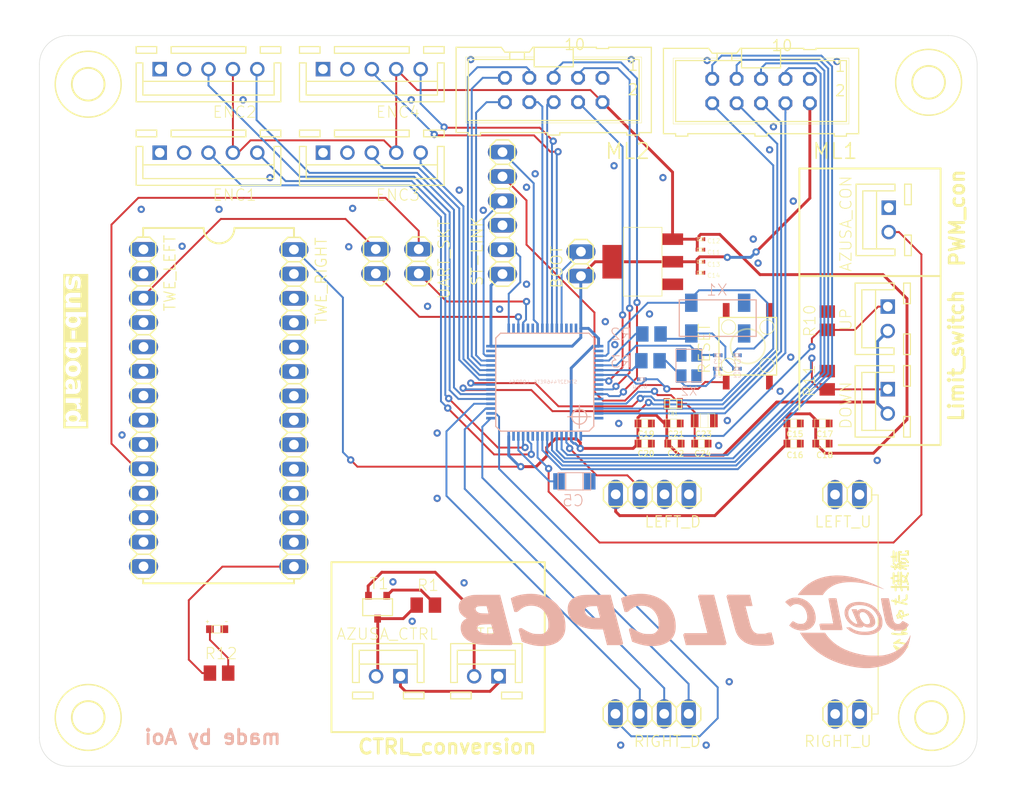
<source format=kicad_pcb>
(kicad_pcb (version 20221018) (generator pcbnew)
  (layers (0 "F.Cu" signal) (31 "B.Cu" signal) (34 "B.Paste" user) (35 "F.Paste" user) (36 "B.SilkS" user "B.Silkscreen") (37 "F.SilkS" user "F.Silkscreen") (38 "B.Mask" user) (39 "F.Mask" user) (44 "Edge.Cuts" user))
  (net 0 "")
  (net 1 "BOOT0")
  (net 2 "NRST")
  (net 3 "SCK")
  (net 4 "MISO")
  (net 5 "MOSI")
  (net 6 "N$2")
  (net 7 "SGND")
  (net 8 "DIR4")
  (net 9 "DIR3")
  (net 10 "DIR2")
  (net 11 "DIR1")
  (net 12 "CS")
  (net 13 "N$1")
  (net 14 "N$3")
  (net 15 "N$4")
  (net 16 "N$5")
  (net 17 "N$6")
  (net 18 "N$7")
  (net 19 "EN2_A")
  (net 20 "EN2_B")
  (net 21 "EN3_A")
  (net 22 "EN3_B")
  (net 23 "EN4_A")
  (net 24 "EN4_B")
  (net 25 "EN1_A")
  (net 26 "EN1_B")
  (net 27 "PWM2")
  (net 28 "PWM3")
  (net 29 "SWCLK")
  (net 30 "SWO")
  (net 31 "SWDIO")
  (net 32 "PGND")
  (net 33 "COM_LED")
  (net 34 "UART_TX")
  (net 35 "UART_RX")
  (net 36 "N$8")
  (net 37 "N$9")
  (net 38 "N$10")
  (net 39 "+3V3")
  (net 40 "+5V")
  (net 41 "LED1")
  (net 42 "LED2")
  (net 43 "LED3")
  (net 44 "LED4")
  (net 45 "LED5")
  (net 46 "LED6")
  (net 47 "LED7")
  (net 48 "LED8")
  (net 49 "PWM4")
  (net 50 "PWM1")
  (net 51 "N$19")
  (net 52 "COM_LED2")
  (net 53 "TX")
  (net 54 "RX")
  (net 55 "NO2")
  (net 56 "NO1")
  (net 57 "N$46")
  (net 58 "PWM_SERVO")
  (footprint "上昇＆摘果機構回路:B2B-XH" (layer "F.Cu") (at 188.0011 105.0536 90)
    (fp_text reference "DOWN")
    (fp_text value "02-JST")
  )
  (footprint "上昇＆摘果機構回路:GCM188L81H104KA57" (layer "F.Cu") (at 181.2011 109.4536)
    (fp_text reference "C18")
    (fp_text value "GCM188L81H104KA57" hide)
  )
  (footprint "上昇＆摘果機構回路:3,2" (layer "F.Cu") (at 104.7811 72.0236)
    (fp_text reference "H4" hide)
    (fp_text value "MOUNT-HOLE3.2" hide)
  )
  (footprint "上昇＆摘果機構回路:GCM188L81H104KA57" (layer "F.Cu") (at 178.2011 107.3536)
    (fp_text reference "C15")
    (fp_text value "GCM188L81H104KA57" hide)
  )
  (footprint "上昇＆摘果機構回路:B2B-XH" (layer "F.Cu") (at 136.0111 133.6836)
    (fp_text reference "AZUSA_CTRL")
    (fp_text value "02-JST")
  )
  (footprint "上昇＆摘果機構回路:TACTSWITCH" (layer "F.Cu") (at 173.4311 99.3136 90)
    (fp_text reference "U$2" hide)
    (fp_text value "TACTSWITCH" hide)
  )
  (footprint "上昇＆摘果機構回路:GCM188L81H104KA57" (layer "F.Cu") (at 168.6011 109.4536)
    (fp_text reference "C24")
    (fp_text value "GCM188L81H104KA57" hide)
  )
  (footprint "上昇＆摘果機構回路:GCM188L81H104KA57" (layer "F.Cu") (at 165.7011 107.3536)
    (fp_text reference "C21")
    (fp_text value "GCM188L81H104KA57" hide)
  )
  (footprint "上昇＆摘果機構回路:1X02" (layer "F.Cu") (at 183.7941 137.6116 180)
    (fp_text reference "RIGHT_U")
    (fp_text value "")
  )
  (footprint "上昇＆摘果機構回路:GCM188L81H104KA57" (layer "F.Cu") (at 162.7011 107.3536)
    (fp_text reference "C19")
    (fp_text value "GCM188L81H104KA57" hide)
  )
  (footprint "上昇＆摘果機構回路:GRM0335C1E240GA01D" (layer "F.Cu") (at 168.5011 89.2536)
    (fp_text reference "C11")
    (fp_text value "10μ")
  )
  (footprint "上昇＆摘果機構回路:ML10" (layer "F.Cu") (at 174.8111 72.7336 180)
    (fp_text reference "ML1")
    (fp_text value "")
  )
  (footprint "上昇＆摘果機構回路:B2B-XH" (layer "F.Cu") (at 188.1011 86.1536 90)
    (fp_text reference "AZUSA_CON")
    (fp_text value "02-JST")
  )
  (footprint "上昇＆摘果機構回路:B5B-XH" (layer "F.Cu") (at 134.3011 70.4536 180)
    (fp_text reference "ENC4")
    (fp_text value "")
  )
  (footprint "上昇＆摘果機構回路:GCM188L81H104KA57" (layer "F.Cu") (at 181.2011 107.3536)
    (fp_text reference "C17")
    (fp_text value "GCM188L81H104KA57" hide)
  )
  (footprint "上昇＆摘果機構回路:GRM0335C1E240GA01D" (layer "F.Cu") (at 168.5011 88.1636)
    (fp_text reference "C12")
    (fp_text value "10μ")
  )
  (footprint "上昇＆摘果機構回路:1X04" (layer "F.Cu") (at 163.4621 137.5966 180)
    (fp_text reference "RIGHT_D")
    (fp_text value "")
  )
  (footprint "上昇＆摘果機構回路:B2B-XH" (layer "F.Cu") (at 188.0011 96.4536 90)
    (fp_text reference "UP")
    (fp_text value "02-JST")
  )
  (footprint "上昇＆摘果機構回路:B5B-XH" (layer "F.Cu") (at 117.3011 79.1536 180)
    (fp_text reference "ENC1")
    (fp_text value "")
  )
  (footprint "上昇＆摘果機構回路:1X14" (layer "F.Cu") (at 110.5391 105.7326 -90)
    (fp_text reference "TWE_LEFT")
    (fp_text value "")
  )
  (footprint "上昇＆摘果機構回路:3,2" (layer "F.Cu") (at 192.5511 137.9736)
    (fp_text reference "H1" hide)
    (fp_text value "MOUNT-HOLE3.2" hide)
  )
  (footprint "上昇＆摘果機構回路:1X02" (layer "F.Cu") (at 139.1811 90.4736 90)
    (fp_text reference "PIN_SOCKET1" hide)
    (fp_text value "")
  )
  (footprint "上昇＆摘果機構回路:ML10" (layer "F.Cu") (at 153.2311 72.6236 180)
    (fp_text reference "ML2")
    (fp_text value "")
  )
  (footprint "上昇＆摘果機構回路:B5B-XH" (layer "F.Cu") (at 117.3011 70.4536 180)
    (fp_text reference "ENC2")
    (fp_text value "")
  )
  (footprint "上昇＆摘果機構回路:GRM0335C1E240GA01D" (layer "F.Cu") (at 168.5011 90.5036)
    (fp_text reference "C13")
    (fp_text value "22μ")
  )
  (footprint "上昇＆摘果機構回路:SMD1608チップLED" (layer "F.Cu") (at 118.2011 128.778)
    (fp_text reference "U$8")
    (fp_text value "SMD1608チップLED")
  )
  (footprint "上昇＆摘果機構回路:1X06" (layer "F.Cu") (at 147.9011 85.4436 90)
    (fp_text reference "ST-LINK")
    (fp_text value "")
  )
  (footprint "上昇＆摘果機構回路:1X14" (layer "F.Cu") (at 126.1911 105.7536 -90)
    (fp_text reference "TWE_RIGHT")
    (fp_text value "")
  )
  (footprint "上昇＆摘果機構回路:M0805" (layer "F.Cu") (at 139.9211 126.2736)
    (fp_text reference "R1")
    (fp_text value "100")
  )
  (footprint "上昇＆摘果機構回路:ＡＺ１１１７ＣＨ－３．３ＴＲＧ１" (layer "F.Cu") (at 162.5011 90.5136 90)
    (fp_text reference "REGYURETA0" hide)
    (fp_text value "３．３V" hide)
  )
  (footprint "上昇＆摘果機構回路:1X02" (layer "F.Cu") (at 134.7111 90.4736 90)
    (fp_text reference "PIN_SOCKET2" hide)
    (fp_text value "")
  )
  (footprint "上昇＆摘果機構回路:BLM18KG121TN1D" (layer "F.Cu") (at 165.67 105.31)
    (fp_text reference "FB1" hide)
    (fp_text value "BLM18KG121TN1D" hide)
  )
  (footprint "上昇＆摘果機構回路:GRM21BC72A105KE01" (layer "F.Cu") (at 168.9011 107.0536)
    (fp_text reference "C23")
    (fp_text value "GRM21BC72A105KE01" hide)
  )
  (footprint "上昇＆摘果機構回路:3,2" (layer "F.Cu") (at 104.7811 137.9736)
    (fp_text reference "H2" hide)
    (fp_text value "MOUNT-HOLE3.2" hide)
  )
  (footprint "上昇＆摘果機構回路:GRM0335C1E240GA01D" (layer "F.Cu") (at 168.5011 91.6536)
    (fp_text reference "C14")
    (fp_text value "22μ")
  )
  (footprint "上昇＆摘果機構回路:1X04" (layer "F.Cu") (at 163.4911 114.7386 180)
    (fp_text reference "LEFT_D")
    (fp_text value "")
  )
  (footprint "上昇＆摘果機構回路:GCM188L81H104KA57" (layer "F.Cu") (at 165.8011 109.4536)
    (fp_text reference "C22")
    (fp_text value "GCM188L81H104KA57" hide)
  )
  (footprint "上昇＆摘果機構回路:B5B-XH" (layer "F.Cu") (at 134.3011 79.1536 180)
    (fp_text reference "ENC3")
    (fp_text value "")
  )
  (footprint "上昇＆摘果機構回路:1X02" (layer "F.Cu") (at 156.0661 90.7316 90)
    (fp_text reference "BOOT")
    (fp_text value "")
  )
  (footprint "上昇＆摘果機構回路:3,2" (layer "F.Cu") (at 192.2511 71.8236)
    (fp_text reference "H3" hide)
    (fp_text value "MOUNT-HOLE3.2" hide)
  )
  (footprint "上昇＆摘果機構回路:M0805" (layer "F.Cu") (at 181.7011 102.8536 90)
    (fp_text reference "R11")
    (fp_text value "100")
  )
  (footprint "上昇＆摘果機構回路:M0805" (layer "F.Cu") (at 118.4011 133.3536)
    (fp_text reference "R12")
    (fp_text value "150")
  )
  (footprint "上昇＆摘果機構回路:M0805" (layer "F.Cu") (at 181.7011 96.6536 90)
    (fp_text reference "R10")
    (fp_text value "100")
  )
  (footprint "上昇＆摘果機構回路:GCM188L81H104KA57" (layer "F.Cu") (at 162.7011 109.4536)
    (fp_text reference "C20")
    (fp_text value "GCM188L81H104KA57" hide)
  )
  (footprint "上昇＆摘果機構回路:GCM188L81H104KA57" (layer "F.Cu") (at 178.2011 109.4536)
    (fp_text reference "C16")
    (fp_text value "GCM188L81H104KA57" hide)
  )
  (footprint "上昇＆摘果機構回路:B2B-XH" (layer "F.Cu") (at 146.2211 133.6836)
    (fp_text reference "CTRL")
    (fp_text value "02-JST")
  )
  (footprint "上昇＆摘果機構回路:2SC3325-Y,LF" (layer "F.Cu") (at 134.9011 126.4936 -90)
    (fp_text reference "T1" hide)
    (fp_text value "2SC3325-Y,LF" hide)
  )
  (footprint "上昇＆摘果機構回路:1X02" (layer "F.Cu") (at 183.7821 114.7606 180)
    (fp_text reference "LEFT_U")
    (fp_text value "")
  )
  (footprint "上昇＆摘果機構回路:32.768K12.5PI_MC306" (layer "B.Cu") (at 170.3011 96.3836)
    (fp_text reference "X1")
    (fp_text value "32.768K12.5PI/MC306")
  )
  (footprint "上昇＆摘果機構回路:STM32F446FRT6" (layer "B.Cu") (at 152.3011 103.0536 180)
    (fp_text reference "U$1" hide)
    (fp_text value "STM32F446RET6-LGRF64" hide)
  )
  (footprint "上昇＆摘果機構回路:jlcpcb" (layer "B.Cu") (at 167.1 127.9 180)
    (fp_text reference "G***" hide)
    (fp_text value "LOGO" hide)
  )
  (footprint "上昇＆摘果機構回路:GRM0335C1E240GA01D" (layer "B.Cu") (at 172.3011 100.2536 180)
    (fp_text reference "C1")
    (fp_text value "GRM0335C1E240GA01D")
  )
  (footprint "上昇＆摘果機構回路:M0805" (layer "B.Cu") (at 163.3011 100.8236)
    (fp_text reference "R3")
    (fp_text value "0")
  )
  (footprint "上昇＆摘果機構回路:RH100-24.000-18-1020-EXT-TR" (layer "B.Cu") (at 167.3011 101.3236 -90)
    (fp_text reference "X2")
    (fp_text value "RH100-24.000-18-1020-EXT-TR")
  )
  (footprint "上昇＆摘果機構回路:M0805" (layer "B.Cu") (at 163.4011 98.0336)
    (fp_text reference "R2")
    (fp_text value "0")
  )
  (footprint "上昇＆摘果機構回路:GRM0335C1E240GA01D" (layer "B.Cu") (at 162.4011 102.7536 180)
    (fp_text reference "0.1μ")
    (fp_text value "GRM0335C1E240GA01D")
  )
  (footprint "上昇＆摘果機構回路:GRM0335C1E240GA01D" (layer "B.Cu") (at 170.3011 100.2536 180)
    (fp_text reference "C3")
    (fp_text value "GRM0335C1E240GA01D")
  )
  (footprint "上昇＆摘果機構回路:GRM0335C1E240GA01D" (layer "B.Cu") (at 170.3011 101.6536 180)
    (fp_text reference "C4")
    (fp_text value "GRM0335C1E240GA01D")
  )
  (footprint "上昇＆摘果機構回路:GRM0335C1E240GA01D" (layer "B.Cu") (at 172.3011 101.6536 180)
    (fp_text reference "C2")
    (fp_text value "GRM0335C1E240GA01D")
  )
  (footprint "上昇＆摘果機構回路:GRM31CR71H475KA12" (layer "B.Cu") (at 155.3811 113.3836)
    (fp_text reference "C5" hide)
    (fp_text value "GRM31CR71H475KA12")
  )
  (gr_line (start 180.7 92) (end 193.5 92) (stroke (width 0.2)) (layer "F.SilkS"))
  (gr_line (start 152.3 121.8) (end 130.1 121.8) (stroke (width 0.2)) (layer "F.SilkS"))
  (gr_line (start 180.7 92) (end 178.8 92) (stroke (width 0.2)) (layer "F.SilkS"))
  (gr_line (start 193.5 80.8) (end 178.8 80.8) (stroke (width 0.2)) (layer "F.SilkS"))
  (gr_line (start 152.3 139.5) (end 152.3 121.8) (stroke (width 0.2)) (layer "F.SilkS"))
  (gr_line (start 110.5 87) (end 116.8 87) (stroke (width 0.2)) (layer "F.SilkS"))
  (gr_line (start 126.2 87) (end 126.2 87.9) (stroke (width 0.2)) (layer "F.SilkS"))
  (gr_line (start 110.5 124) (end 110.5 123.6) (stroke (width 0.2)) (layer "F.SilkS"))
  (gr_line (start 193.5 109.6) (end 182.9 109.6) (stroke (width 0.2)) (layer "F.SilkS"))
  (gr_line (start 126.2 123.6) (end 126.2 124) (stroke (width 0.2)) (layer "F.SilkS"))
  (gr_line (start 130.1 121.8) (end 130.1 139.5) (stroke (width 0.2)) (layer "F.SilkS"))
  (gr_line (start 137.1 139.5) (end 152.3 139.5) (stroke (width 0.2)) (layer "F.SilkS"))
  (gr_line (start 178.8 92) (end 178.8 105.9) (stroke (width 0.2)) (layer "F.SilkS"))
  (gr_line (start 186.3341 137.6116) (end 187 137.6116) (stroke (width 0.1)) (layer "F.SilkS"))
  (gr_line (start 187 114.8) (end 186.3221 114.8) (stroke (width 0.1)) (layer "F.SilkS"))
  (gr_line (start 193.5 92) (end 193.5 109.6) (stroke (width 0.2)) (layer "F.SilkS"))
  (gr_line (start 187 137.6116) (end 187 114.8) (stroke (width 0.1)) (layer "F.SilkS"))
  (gr_line (start 130.1 139.5) (end 137.1 139.5) (stroke (width 0.2)) (layer "F.SilkS"))
  (gr_line (start 110.5 87) (end 110.5 87.9) (stroke (width 0.2)) (layer "F.SilkS"))
  (gr_arc (start 120 87) (mid 118.4 88.6) (end 116.8 87) (stroke (width 0.2)) (layer "F.SilkS"))
  (gr_line (start 193.5 92) (end 193.5 80.8) (stroke (width 0.2)) (layer "F.SilkS"))
  (gr_line (start 120 87) (end 126.2 87) (stroke (width 0.2)) (layer "F.SilkS"))
  (gr_line (start 178.8 80.8) (end 178.8 92) (stroke (width 0.2)) (layer "F.SilkS"))
  (gr_line (start 126.2 124) (end 110.5 124) (stroke (width 0.2)) (layer "F.SilkS"))
  (gr_line (start 102.7011 143.0536) (end 194.3011 143.0536) (stroke (width 0.05)) (layer "Edge.Cuts"))
  (gr_line (start 99.7011 69.9536) (end 99.7011 140.0536) (stroke (width 0.05)) (layer "Edge.Cuts"))
  (gr_arc (start 197.3011 140.0536) (mid 196.42242 142.17492) (end 194.3011 143.0536) (stroke (width 0.05)) (layer "Edge.Cuts"))
  (gr_arc (start 194.3011 66.9536) (mid 196.42242 67.83228) (end 197.3011 69.9536) (stroke (width 0.05)) (layer "Edge.Cuts"))
  (gr_arc (start 99.7011 69.9536) (mid 100.57978 67.83228) (end 102.7011 66.9536) (stroke (width 0.05)) (layer "Edge.Cuts"))
  (gr_line (start 194.3011 66.9536) (end 102.7011 66.9536) (stroke (width 0.05)) (layer "Edge.Cuts"))
  (gr_arc (start 102.7011 143.0536) (mid 100.57978 142.17492) (end 99.7011 140.0536) (stroke (width 0.05)) (layer "Edge.Cuts"))
  (gr_line (start 197.3011 140.0536) (end 197.3011 69.9536) (stroke (width 0.05)) (layer "Edge.Cuts"))
  (gr_text "made by Aoi" (at 125 140.9) (layer "B.SilkS") (effects (font (size 1.5 1.5) (thickness 0.3) bold) (justify left bottom mirror)))
  (gr_text "C5" (at 156.464 116.078) (layer "B.SilkS") (effects (font (size 1.1684 1.1684) (thickness 0.1016)) (justify left bottom mirror)))
  (gr_text "PWM_con" (at 196.1 91.2 90) (layer "F.SilkS") (effects (font (size 1.5 1.5) (thickness 0.3) bold) (justify left bottom)))
  (gr_text "T1" (at 134.0011 124.714) (layer "F.SilkS") (effects (font (size 1.1684 1.1684) (thickness 0.1016)) (justify left bottom)))
  (gr_text "CTRL_conversion" (at 132.7 141.9) (layer "F.SilkS") (effects (font (size 1.5 1.5) (thickness 0.3) bold) (justify left bottom)))
  (gr_text "ひにゃた接続" (at 190.3 131.3 90) (layer "F.SilkS") (effects (font (size 1.5 1.5) (thickness 0.2)) (justify left bottom)))
  (gr_text "RESET" (at 169.6011 102.2536 90) (layer "F.SilkS") (effects (font (size 1.1684 1.1684) (thickness 0.1016)) (justify left bottom)))
  (gr_text "Limit_switch" (at 196 107.3 90) (layer "F.SilkS") (effects (font (size 1.5 1.5) (thickness 0.3) bold) (justify left bottom)))
  (gr_text "UART_SKT" (at 142.494 94.488 90) (layer "F.SilkS") (effects (font (size 1.1684 1.1684) (thickness 0.1016)) (justify left bottom)))
  (gr_text "sub-board" (at 102.1 107.88 270) (layer "F.SilkS" knockout) (effects (font (size 2 2) (thickness 0.3) bold) (justify right bottom)))
  (gr_text "FB1" (at 165.1 106.5536) (layer "F.SilkS") (effects (font (size 0.360832 0.360832) (thickness 0.048768)) (justify left bottom)))
  (segment (start 156.0661 89.480313) (end 154.0535 91.492913) (width 0.2) (layer "B.Cu") (net 1))
  (segment (start 156.0661 89.4616) (end 156.0661 89.480313) (width 0.2) (layer "B.Cu") (net 1))
  (segment (start 154.0535 97.4512) (end 154.0535 91.492913) (width 0.2) (layer "B.Cu") (net 1))
  (segment (start 154.0511 97.4536) (end 154.0535 97.4512) (width 0.2) (layer "B.Cu") (net 1))
  (segment (start 164.6011 103.3536) (end 162.281706 103.3536) (width 0.2) (layer "F.Cu") (net 2))
  (segment (start 150.4011 88.7336) (end 157.4705 95.803) (width 0.2) (layer "F.Cu") (net 2))
  (segment (start 158.3705 104.973) (end 160.662306 104.973) (width 0.2) (layer "F.Cu") (net 2))
  (segment (start 147.9011 81.6336) (end 150.4011 84.1336) (width 0.2) (layer "F.Cu") (net 2))
  (segment (start 171.1811 103.0636) (end 168.9911 103.0336) (width 0.2) (layer "F.Cu") (net 2))
  (segment (start 160.662306 104.973) (end 162.281706 103.3536) (width 0.2) (layer "F.Cu") (net 2))
  (segment (start 168.2711 103.7536) (end 165.0011 103.7536) (width 0.2) (layer "F.Cu") (net 2))
  (segment (start 168.9911 103.0336) (end 168.2711 103.7536) (width 0.2) (layer "F.Cu") (net 2))
  (segment (start 164.6011 103.3536) (end 165.0011 103.7536) (width 0.2) (layer "F.Cu") (net 2))
  (segment (start 157.4705 104.073) (end 158.3705 104.973) (width 0.2) (layer "F.Cu") (net 2))
  (segment (start 150.4011 84.1336) (end 150.4011 88.7336) (width 0.2) (layer "F.Cu") (net 2))
  (segment (start 157.4705 95.803) (end 157.4705 104.073) (width 0.2) (layer "F.Cu") (net 2))
  (via (at 165.0011 103.7536) (size 0.7564) (drill 0.35) (layers "F.Cu" "B.Cu") (net 2))
  (segment (start 165.0011 103.7286) (end 164.0261 102.7536) (width 0.2) (layer "B.Cu") (net 2))
  (segment (start 162.7261 102.7536) (end 164.0261 102.7536) (width 0.2) (layer "B.Cu") (net 2))
  (segment (start 162.7261 102.8834) (end 162.4035 103.206) (width 0.2) (layer "B.Cu") (net 2))
  (segment (start 165.0011 103.7536) (end 165.0011 103.7286) (width 0.2) (layer "B.Cu") (net 2))
  (segment (start 160.8943 102.3036) (end 161.7967 103.206) (width 0.2) (layer "B.Cu") (net 2))
  (segment (start 157.9011 102.3036) (end 160.8943 102.3036) (width 0.2) (layer "B.Cu") (net 2))
  (segment (start 161.7967 103.206) (end 162.4035 103.206) (width 0.2) (layer "B.Cu") (net 2))
  (segment (start 162.7261 102.7536) (end 162.7261 102.8834) (width 0.2) (layer "B.Cu") (net 2))
  (segment (start 161.3011 139.9376) (end 159.6521 138.2886) (width 0.2) (layer "B.Cu") (net 3))
  (segment (start 159.6521 138.2886) (end 159.6521 137.5966) (width 0.2) (layer "B.Cu") (net 3))
  (segment (start 146.7011 106.3036) (end 147.19305 106.3036) (width 0.2) (layer "B.Cu") (net 3))
  (segment (start 170.3011 138.0536) (end 168.4171 139.9376) (width 0.2) (layer "B.Cu") (net 3))
  (segment (start 147.5475 112.086807) (end 170.3011 134.840407) (width 0.2) (layer "B.Cu") (net 3))
  (segment (start 147.5475 106.65805) (end 147.5475 112.086807) (width 0.2) (layer "B.Cu") (net 3))
  (segment (start 170.3011 134.840407) (end 170.3011 138.0536) (width 0.2) (layer "B.Cu") (net 3))
  (segment (start 147.19305 106.3036) (end 147.5475 106.65805) (width 0.2) (layer "B.Cu") (net 3))
  (segment (start 168.4171 139.9376) (end 161.3011 139.9376) (width 0.2) (layer "B.Cu") (net 3))
  (segment (start 143.9725 107.973913) (end 146.146412 105.8) (width 0.2) (layer "B.Cu") (net 4))
  (segment (start 143.9725 114.164344) (end 143.9725 107.973913) (width 0.2) (layer "B.Cu") (net 4))
  (segment (start 164.7321 134.923944) (end 143.9725 114.164344) (width 0.2) (layer "B.Cu") (net 4))
  (segment (start 164.7321 137.5966) (end 164.7321 134.923944) (width 0.2) (layer "B.Cu") (net 4))
  (segment (start 146.7011 105.8036) (end 146.6975 105.8) (width 0.2) (layer "B.Cu") (net 4))
  (segment (start 146.6975 105.8) (end 146.146412 105.8) (width 0.2) (layer "B.Cu") (net 4))
  (segment (start 142.0677 114.89525) (end 142.0677 108.178713) (width 0.2) (layer "B.Cu") (net 5))
  (segment (start 142.0677 108.178713) (end 144.946412 105.3) (width 0.2) (layer "B.Cu") (net 5))
  (segment (start 162.1921 137.5966) (end 162.1921 135.01965) (width 0.2) (layer "B.Cu") (net 5))
  (segment (start 146.7011 105.3036) (end 146.6975 105.3) (width 0.2) (layer "B.Cu") (net 5))
  (segment (start 162.1921 135.01965) (end 142.0677 114.89525) (width 0.2) (layer "B.Cu") (net 5))
  (segment (start 146.6975 105.3) (end 144.946412 105.3) (width 0.2) (layer "B.Cu") (net 5))
  (segment (start 152.7811 113.3836) (end 149.5511 110.1536) (width 0.2) (layer "B.Cu") (net 6))
  (segment (start 153.7811 113.3836) (end 152.7811 113.3836) (width 0.2) (layer "B.Cu") (net 6))
  (segment (start 149.5511 110.1536) (end 149.5511 108.6536) (width 0.2) (layer "B.Cu") (net 6))
  (via (at 164.6011 81.7536) (size 0.7564) (drill 0.35) (layers "F.Cu" "B.Cu") (net 7))
  (via (at 141.1011 115.1536) (size 0.7564) (drill 0.35) (layers "F.Cu" "B.Cu") (net 7))
  (via (at 118.4011 85.0536) (size 0.7564) (drill 0.35) (layers "F.Cu" "B.Cu") (net 7))
  (via (at 158.6011 96.7536) (size 0.7564) (drill 0.35) (layers "F.Cu" "B.Cu") (net 7))
  (via (at 150.4011 92.8536) (size 0.7564) (drill 0.35) (layers "F.Cu" "B.Cu") (net 7))
  (via (at 160.2011 140.8536) (size 0.7564) (drill 0.35) (layers "F.Cu" "B.Cu") (net 7))
  (via (at 171.3011 107.0536) (size 0.7564) (drill 0.35) (layers "F.Cu" "B.Cu") (net 7))
  (via (at 136.5011 123.8536) (size 0.7564) (drill 0.35) (layers "F.Cu" "B.Cu") (net 7))
  (via (at 145.9011 85.1536) (size 0.7564) (drill 0.35) (layers "F.Cu" "B.Cu") (net 7))
  (via (at 110.3011 85.0536) (size 0.7564) (drill 0.35) (layers "F.Cu" "B.Cu") (net 7))
  (via (at 186.9 111.2) (size 0.7564) (drill 0.35) (layers "F.Cu" "B.Cu") (net 7))
  (via (at 169.1011 140.8536) (size 0.7564) (drill 0.35) (layers "F.Cu" "B.Cu") (net 7))
  (via (at 131.9011 88.9536) (size 0.7564) (drill 0.35) (layers "F.Cu" "B.Cu") (net 7))
  (via (at 178.1699 84.2) (size 0.7564) (drill 0.35) (layers "F.Cu" "B.Cu") (net 7))
  (via (at 123.7011 81.7536) (size 0.7564) (drill 0.35) (layers "F.Cu" "B.Cu") (net 7))
  (via (at 175.7011 78.8536) (size 0.7564) (drill 0.35) (layers "F.Cu" "B.Cu") (net 7))
  (via (at 159.5961 99.1476) (size 0.7564) (drill 0.35) (layers "F.Cu" "B.Cu") (net 7))
  (via (at 176.1011 76.4536) (size 0.7564) (drill 0.35) (layers "F.Cu" "B.Cu") (net 7))
  (via (at 143.4011 83.0536) (size 0.7564) (drill 0.35) (layers "F.Cu" "B.Cu") (net 7))
  (via (at 176.8 104) (size 0.7564) (drill 0.35) (layers "F.Cu" "B.Cu") (net 7))
  (via (at 170.4011 109.6536) (size 0.7564) (drill 0.35) (layers "F.Cu" "B.Cu") (net 7))
  (via (at 138.4011 73.6536) (size 0.7564) (drill 0.35) (layers "F.Cu" "B.Cu") (net 7))
  (via (at 174.0011 88.1536) (size 0.7564) (drill 0.35) (layers "F.Cu" "B.Cu") (net 7))
  (via (at 108.3011 108.5536) (size 0.7564) (drill 0.35) (layers "F.Cu" "B.Cu") (net 7))
  (via (at 177.9011 100.4536) (size 0.7564) (drill 0.35) (layers "F.Cu" "B.Cu") (net 7))
  (via (at 169.2011 69.5536) (size 0.7564) (drill 0.35) (layers "F.Cu" "B.Cu") (net 7))
  (via (at 171.5011 134.2536) (size 0.7564) (drill 0.35) (layers "F.Cu" "B.Cu") (net 7))
  (via (at 114.554 88.9) (size 0.7564) (drill 0.35) (layers "F.Cu" "B.Cu") (net 7))
  (via (at 132.3011 84.9536) (size 0.7564) (drill 0.35) (layers "F.Cu" "B.Cu") (net 7))
  (via (at 174.5011 90.6536) (size 0.7564) (drill 0.35) (layers "F.Cu" "B.Cu") (net 7))
  (via (at 138.5011 127.9536) (size 0.7564) (drill 0.35) (layers "F.Cu" "B.Cu") (net 7))
  (via (at 163.2011 95.9536) (size 0.7564) (drill 0.35) (layers "F.Cu" "B.Cu") (net 7))
  (via (at 151.3011 81.3536) (size 0.7564) (drill 0.35) (layers "F.Cu" "B.Cu") (net 7))
  (via (at 143.9011 123.9536) (size 0.7564) (drill 0.35) (layers "F.Cu" "B.Cu") (net 7))
  (via (at 120.9011 73.6536) (size 0.7564) (drill 0.35) (layers "F.Cu" "B.Cu") (net 7))
  (via (at 159.512 80.518) (size 0.7564) (drill 0.35) (layers "F.Cu" "B.Cu") (net 7))
  (via (at 141.1011 108.3536) (size 0.7564) (drill 0.35) (layers "F.Cu" "B.Cu") (net 7))
  (via (at 160.0011 107.3536) (size 0.7564) (drill 0.35) (layers "F.Cu" "B.Cu") (net 7))
  (via (at 144.6011 69.4536) (size 0.7564) (drill 0.35) (layers "F.Cu" "B.Cu") (net 7))
  (via (at 150.4011 82.7536) (size 0.7564) (drill 0.35) (layers "F.Cu" "B.Cu") (net 7))
  (via (at 140.1011 95.1536) (size 0.7564) (drill 0.35) (layers "F.Cu" "B.Cu") (net 7))
  (via (at 161.3011 69.4536) (size 0.7564) (drill 0.35) (layers "F.Cu" "B.Cu") (net 7))
  (via (at 147.6011 95.4536) (size 0.7564) (drill 0.35) (layers "F.Cu" "B.Cu") (net 7))
  (via (at 182.7011 69.6536) (size 0.7564) (drill 0.35) (layers "F.Cu" "B.Cu") (net 7))
  (segment (start 171.9027 110.991) (end 154.39655 110.991) (width 0.2) (layer "B.Cu") (net 8))
  (segment (start 177.3511 70.7036) (end 177.3511 71.4636) (width 0.2) (layer "B.Cu") (net 8))
  (segment (start 177.7011 70.3536) (end 177.3511 70.7036) (width 0.2) (layer "B.Cu") (net 8))
  (segment (start 153.5511 110.14555) (end 153.5511 108.6536) (width 0.2) (layer "B.Cu") (net 8))
  (segment (start 181.0091 101.8846) (end 181.0091 70.9416) (width 0.2) (layer "B.Cu") (net 8))
  (segment (start 180.4211 70.3536) (end 177.7011 70.3536) (width 0.2) (layer "B.Cu") (net 8))
  (segment (start 181.0091 101.8846) (end 171.9027 110.991) (width 0.2) (layer "B.Cu") (net 8))
  (segment (start 181.0091 70.9416) (end 180.4211 70.3536) (width 0.2) (layer "B.Cu") (net 8))
  (segment (start 154.39655 110.991) (end 153.5511 110.14555) (width 0.2) (layer "B.Cu") (net 8))
  (segment (start 153.0511 110.14555) (end 153.0511 108.6536) (width 0.2) (layer "B.Cu") (net 9))
  (segment (start 180.627356 69.8488) (end 175.3259 69.8488) (width 0.2) (layer "B.Cu") (net 9))
  (segment (start 181.4011 102.0536) (end 172.1049 111.3498) (width 0.2) (layer "B.Cu") (net 9))
  (segment (start 154.25535 111.3498) (end 153.0511 110.14555) (width 0.2) (layer "B.Cu") (net 9))
  (segment (start 174.8111 70.3636) (end 174.8111 71.4636) (width 0.2) (layer "B.Cu") (net 9))
  (segment (start 181.4011 102.0536) (end 181.4011 70.622544) (width 0.2) (layer "B.Cu") (net 9))
  (segment (start 181.4011 70.622544) (end 180.627356 69.8488) (width 0.2) (layer "B.Cu") (net 9))
  (segment (start 172.1049 111.3498) (end 154.25535 111.3498) (width 0.2) (layer "B.Cu") (net 9))
  (segment (start 175.3259 69.8488) (end 174.8111 70.3636) (width 0.2) (layer "B.Cu") (net 9))
  (segment (start 152.5511 110.147863) (end 152.5511 108.6536) (width 0.2) (layer "B.Cu") (net 10))
  (segment (start 181.8011 102.1536) (end 181.8011 70.391488) (width 0.2) (layer "B.Cu") (net 10))
  (segment (start 172.2711 70.0444) (end 172.2711 71.4636) (width 0.2) (layer "B.Cu") (net 10))
  (segment (start 180.893612 69.484) (end 172.8315 69.484) (width 0.2) (layer "B.Cu") (net 10))
  (segment (start 154.132837 111.7296) (end 152.5511 110.147863) (width 0.2) (layer "B.Cu") (net 10))
  (segment (start 172.2251 111.7296) (end 181.8011 102.1536) (width 0.2) (layer "B.Cu") (net 10))
  (segment (start 154.132837 111.7296) (end 172.2251 111.7296) (width 0.2) (layer "B.Cu") (net 10))
  (segment (start 181.8011 70.391488) (end 180.893612 69.484) (width 0.2) (layer "B.Cu") (net 10))
  (segment (start 172.8315 69.484) (end 172.2711 70.0444) (width 0.2) (layer "B.Cu") (net 10))
  (segment (start 182.2059 70.165232) (end 181.089468 69.0488) (width 0.2) (layer "B.Cu") (net 11))
  (segment (start 170.7059 69.0488) (end 169.7311 70.0236) (width 0.2) (layer "B.Cu") (net 11))
  (segment (start 181.089468 69.0488) (end 170.7059 69.0488) (width 0.2) (layer "B.Cu") (net 11))
  (segment (start 152.0517 110.146838) (end 154.022262 112.1174) (width 0.2) (layer "B.Cu") (net 11))
  (segment (start 182.2059 102.2978) (end 182.2059 70.165232) (width 0.2) (layer "B.Cu") (net 11))
  (segment (start 172.3863 112.1174) (end 182.2059 102.2978) (width 0.2) (layer "B.Cu") (net 11))
  (segment (start 152.0517 108.6542) (end 152.0517 110.146838) (width 0.2) (layer "B.Cu") (net 11))
  (segment (start 154.022262 112.1174) (end 172.3863 112.1174) (width 0.2) (layer "B.Cu") (net 11))
  (segment (start 152.0511 108.6536) (end 152.0517 108.6542) (width 0.2) (layer "B.Cu") (net 11))
  (segment (start 169.7311 70.0236) (end 169.7311 71.4636) (width 0.2) (layer "B.Cu") (net 11))
  (segment (start 145.8011 113.0036) (end 167.2721 134.4746) (width 0.2) (layer "B.Cu") (net 12))
  (segment (start 146.7011 106.8036) (end 145.8011 107.7036) (width 0.2) (layer "B.Cu") (net 12))
  (segment (start 167.2721 134.4746) (end 167.2721 137.5966) (width 0.2) (layer "B.Cu") (net 12))
  (segment (start 145.8011 107.7036) (end 145.8011 113.0036) (width 0.2) (layer "B.Cu") (net 12))
  (segment (start 164.3511 98.0336) (end 164.8561 98.5386) (width 0.2) (layer "B.Cu") (net 13))
  (segment (start 171.9761 101.5536) (end 171.1011 100.6786) (width 0.2) (layer "B.Cu") (net 13))
  (segment (start 171.1011 99.3536) (end 171.1011 100.6786) (width 0.2) (layer "B.Cu") (net 13))
  (segment (start 166.9961 98.5386) (end 164.8561 98.5386) (width 0.2) (layer "B.Cu") (net 13))
  (segment (start 167.5511 97.9836) (end 169.7311 97.9836) (width 0.2) (layer "B.Cu") (net 13))
  (segment (start 167.5511 97.9836) (end 166.9961 98.5386) (width 0.2) (layer "B.Cu") (net 13))
  (segment (start 171.1011 99.3536) (end 169.7311 97.9836) (width 0.2) (layer "B.Cu") (net 13))
  (segment (start 171.9761 101.6536) (end 171.9761 101.5536) (width 0.2) (layer "B.Cu") (net 13))
  (segment (start 158.659787 100.3032) (end 158.9297 100.033288) (width 0.2) (layer "B.Cu") (net 14))
  (segment (start 158.9297 100.033288) (end 158.9297 98.881713) (width 0.2) (layer "B.Cu") (net 14))
  (segment (start 158.9297 98.881713) (end 163.027812 94.7836) (width 0.2) (layer "B.Cu") (net 14))
  (segment (start 172.3761 99.5536) (end 171.9761 99.9536) (width 0.2) (layer "B.Cu") (net 14))
  (segment (start 174.0761 99.5536) (end 172.3761 99.5536) (width 0.2) (layer "B.Cu") (net 14))
  (segment (start 167.5511 94.7836) (end 167.5511 94.2836) (width 0.2) (layer "B.Cu") (net 14))
  (segment (start 168.3511 93.4836) (end 167.5511 94.2836) (width 0.2) (layer "B.Cu") (net 14))
  (segment (start 175.4761 94.8086) (end 174.1511 93.4836) (width 0.2) (layer "B.Cu") (net 14))
  (segment (start 157.9011 100.3036) (end 157.9015 100.3032) (width 0.2) (layer "B.Cu") (net 14))
  (segment (start 171.9761 99.9536) (end 171.9761 100.2536) (width 0.2) (layer "B.Cu") (net 14))
  (segment (start 158.659787 100.3032) (end 157.9015 100.3032) (width 0.2) (layer "B.Cu") (net 14))
  (segment (start 174.1511 93.4836) (end 168.3511 93.4836) (width 0.2) (layer "B.Cu") (net 14))
  (segment (start 175.4761 94.8086) (end 175.4761 98.1536) (width 0.2) (layer "B.Cu") (net 14))
  (segment (start 163.027812 94.7836) (end 167.5511 94.7836) (width 0.2) (layer "B.Cu") (net 14))
  (segment (start 175.4761 98.1536) (end 174.0761 99.5536) (width 0.2) (layer "B.Cu") (net 14))
  (segment (start 168.1011 100.2236) (end 169.9461 100.2236) (width 0.2) (layer "B.Cu") (net 15))
  (segment (start 169.9761 100.2536) (end 169.9461 100.2236) (width 0.2) (layer "B.Cu") (net 15))
  (segment (start 161.8011 99.2536) (end 167.4311 99.2536) (width 0.2) (layer "B.Cu") (net 15))
  (segment (start 159.7511 101.3036) (end 161.8011 99.2536) (width 0.2) (layer "B.Cu") (net 15))
  (segment (start 168.1011 99.9236) (end 167.4311 99.2536) (width 0.2) (layer "B.Cu") (net 15))
  (segment (start 157.9011 101.3036) (end 159.7511 101.3036) (width 0.2) (layer "B.Cu") (net 15))
  (segment (start 168.1011 99.9236) (end 168.1011 100.2236) (width 0.2) (layer "B.Cu") (net 15))
  (segment (start 169.9761 102.5536) (end 169.9761 101.6536) (width 0.2) (layer "B.Cu") (net 16))
  (segment (start 166.5011 103.0536) (end 166.5011 102.4236) (width 0.2) (layer "B.Cu") (net 16))
  (segment (start 166.9011 103.4536) (end 169.0761 103.4536) (width 0.2) (layer "B.Cu") (net 16))
  (segment (start 164.9011 100.8236) (end 166.5011 102.4236) (width 0.2) (layer "B.Cu") (net 16))
  (segment (start 164.2511 100.8236) (end 164.9011 100.8236) (width 0.2) (layer "B.Cu") (net 16))
  (segment (start 166.9011 103.4536) (end 166.5011 103.0536) (width 0.2) (layer "B.Cu") (net 16))
  (segment (start 169.0761 103.4536) (end 169.9761 102.5536) (width 0.2) (layer "B.Cu") (net 16))
  (segment (start 161.3711 101.8036) (end 162.3511 100.8236) (width 0.2) (layer "B.Cu") (net 17))
  (segment (start 157.9011 101.8036) (end 161.3711 101.8036) (width 0.2) (layer "B.Cu") (net 17))
  (segment (start 161.7511 98.0336) (end 158.9811 100.8036) (width 0.2) (layer "B.Cu") (net 18))
  (segment (start 157.9011 100.8036) (end 158.9811 100.8036) (width 0.2) (layer "B.Cu") (net 18))
  (segment (start 161.7511 98.0336) (end 162.4511 98.0336) (width 0.2) (layer "B.Cu") (net 18))
  (segment (start 126.8059 81.6584) (end 117.3011 72.1536) (width 0.2) (layer "B.Cu") (net 19))
  (segment (start 142.4011 103.8876) (end 143.3171 104.8036) (width 0.2) (layer "B.Cu") (net 19))
  (segment (start 142.4011 85.3536) (end 138.7059 81.6584) (width 0.2) (layer "B.Cu") (net 19))
  (segment (start 143.3171 104.8036) (end 146.7011 104.8036) (width 0.2) (layer "B.Cu") (net 19))
  (segment (start 117.3011 72.1536) (end 117.3011 70.4536) (width 0.2) (layer "B.Cu") (net 19))
  (segment (start 142.4011 85.3536) (end 142.4011 103.8876) (width 0.2) (layer "B.Cu") (net 19))
  (segment (start 138.7059 81.6584) (end 126.8059 81.6584) (width 0.2) (layer "B.Cu") (net 19))
  (segment (start 122.3011 70.5336) (end 122.3011 75.7536) (width 0.2) (layer "B.Cu") (net 20))
  (segment (start 142.8501 103.6146) (end 142.8501 85.1026) (width 0.2) (layer "B.Cu") (net 20))
  (segment (start 122.3811 70.4536) (end 122.3011 70.5336) (width 0.2) (layer "B.Cu") (net 20))
  (segment (start 139.0011 81.2536) (end 127.8011 81.2536) (width 0.2) (layer "B.Cu") (net 20))
  (segment (start 143.5391 104.3036) (end 142.8501 103.6146) (width 0.2) (layer "B.Cu") (net 20))
  (segment (start 142.8501 85.1026) (end 139.0011 81.2536) (width 0.2) (layer "B.Cu") (net 20))
  (segment (start 127.8011 81.2536) (end 122.3011 75.7536) (width 0.2) (layer "B.Cu") (net 20))
  (segment (start 146.7011 104.3036) (end 143.5391 104.3036) (width 0.2) (layer "B.Cu") (net 20))
  (segment (start 134.3011 79.5536) (end 134.3011 79.1536) (width 0.2) (layer "B.Cu") (net 21))
  (segment (start 143.4011 84.9536) (end 139.2011 80.7536) (width 0.2) (layer "B.Cu") (net 21))
  (segment (start 145.4721 102.8036) (end 146.7011 102.8036) (width 0.2) (layer "B.Cu") (net 21))
  (segment (start 139.2011 80.7536) (end 135.5011 80.7536) (width 0.2) (layer "B.Cu") (net 21))
  (segment (start 143.4011 100.7326) (end 145.4721 102.8036) (width 0.2) (layer "B.Cu") (net 21))
  (segment (start 135.5011 80.7536) (end 134.3011 79.5536) (width 0.2) (layer "B.Cu") (net 21))
  (segment (start 143.4011 100.7326) (end 143.4011 84.9536) (width 0.2) (layer "B.Cu") (net 21))
  (segment (start 146.7011 102.3036) (end 145.4971 102.3036) (width 0.2) (layer "B.Cu") (net 22))
  (segment (start 143.8351 100.6416) (end 143.8351 84.7376) (width 0.2) (layer "B.Cu") (net 22))
  (segment (start 143.8351 84.7376) (end 139.3811 80.2836) (width 0.2) (layer "B.Cu") (net 22))
  (segment (start 139.3811 79.1536) (end 139.3811 80.2836) (width 0.2) (layer "B.Cu") (net 22))
  (segment (start 145.4971 102.3036) (end 143.8351 100.6416) (width 0.2) (layer "B.Cu") (net 22))
  (segment (start 152.8817 79.0536) (end 151.1817 77.3536) (width 0.2) (layer "F.Cu") (net 23))
  (segment (start 151.1817 77.3536) (end 140.9011 77.3536) (width 0.2) (layer "F.Cu") (net 23))
  (segment (start 140.8011 77.2536) (end 140.9011 77.3536) (width 0.2) (layer "F.Cu") (net 23))
  (segment (start 153.6817 79.0536) (end 152.8817 79.0536) (width 0.2) (layer "F.Cu") (net 23))
  (via (at 140.8011 77.2536) (size 0.7564) (drill 0.35) (layers "F.Cu" "B.Cu") (net 23))
  (via (at 153.6817 79.0536) (size 0.7564) (drill 0.35) (layers "F.Cu" "B.Cu") (net 23))
  (segment (start 134.3011 70.4536) (end 134.3011 70.7536) (width 0.2) (layer "B.Cu") (net 23))
  (segment (start 153.5511 97.4536) (end 153.5511 79.1842) (width 0.2) (layer "B.Cu") (net 23))
  (segment (start 153.5511 79.1842) (end 153.6817 79.0536) (width 0.2) (layer "B.Cu") (net 23))
  (segment (start 140.8011 77.2536) (end 134.3011 70.7536) (width 0.2) (layer "B.Cu") (net 23))
  (segment (start 141.8229 76.492475) (end 141.884025 76.5536) (width 0.2) (layer "F.Cu") (net 24))
  (segment (start 153.1817 77.9536) (end 151.7817 76.5536) (width 0.2) (layer "F.Cu") (net 24))
  (segment (start 151.7817 76.5536) (end 141.884025 76.5536) (width 0.2) (layer "F.Cu") (net 24))
  (via (at 153.1817 77.9536) (size 0.7564) (drill 0.35) (layers "F.Cu" "B.Cu") (net 24))
  (via (at 141.8229 76.492475) (size 0.7564) (drill 0.35) (layers "F.Cu" "B.Cu") (net 24))
  (segment (start 139.3811 70.4536) (end 139.3811 74.050675) (width 0.2) (layer "B.Cu") (net 24))
  (segment (start 153.0511 97.4536) (end 153.0511 78.0842) (width 0.2) (layer "B.Cu") (net 24))
  (segment (start 153.0511 78.0842) (end 153.1817 77.9536) (width 0.2) (layer "B.Cu") (net 24))
  (segment (start 141.8229 76.492475) (end 139.3811 74.050675) (width 0.2) (layer "B.Cu") (net 24))
  (segment (start 150.8841 110.5806) (end 147.0281 110.5806) (width 0.2) (layer "F.Cu") (net 25))
  (segment (start 147.0281 110.5806) (end 142.2011 105.7536) (width 0.2) (layer "F.Cu") (net 25))
  (segment (start 150.8941 110.5706) (end 150.8841 110.5806) (width 0.2) (layer "F.Cu") (net 25))
  (via (at 142.2011 105.7536) (size 0.7564) (drill 0.35) (layers "F.Cu" "B.Cu") (net 25))
  (via (at 150.8941 110.5706) (size 0.7564) (drill 0.35) (layers "F.Cu" "B.Cu") (net 25))
  (segment (start 150.9011 110.5636) (end 150.8941 110.5706) (width 0.2) (layer "B.Cu") (net 25))
  (segment (start 150.5511 108.6536) (end 150.5537 108.6562) (width 0.2) (layer "B.Cu") (net 25))
  (segment (start 150.5537 108.6562) (end 150.5537 109.14815) (width 0.2) (layer "B.Cu") (net 25))
  (segment (start 150.9011 109.49555) (end 150.9011 110.5636) (width 0.2) (layer "B.Cu") (net 25))
  (segment (start 120.721693 82.5572) (end 117.318093 79.1536) (width 0.2) (layer "B.Cu") (net 25))
  (segment (start 141.4963 85.8584) (end 138.1951 82.5572) (width 0.2) (layer "B.Cu") (net 25))
  (segment (start 138.1951 82.5572) (end 120.721693 82.5572) (width 0.2) (layer "B.Cu") (net 25))
  (segment (start 150.5537 109.14815) (end 150.9011 109.49555) (width 0.2) (layer "B.Cu") (net 25))
  (segment (start 142.2011 105.7536) (end 141.4963 105.0488) (width 0.2) (layer "B.Cu") (net 25))
  (segment (start 117.318093 79.1536) (end 117.3011 79.1536) (width 0.2) (layer "B.Cu") (net 25))
  (segment (start 141.4963 85.8584) (end 141.4963 105.0488) (width 0.2) (layer "B.Cu") (net 25))
  (segment (start 150.2407 109.865582) (end 147.413081 109.865582) (width 0.2) (layer "F.Cu") (net 26))
  (segment (start 150.2517 109.854582) (end 150.2407 109.865582) (width 0.2) (layer "F.Cu") (net 26))
  (segment (start 147.413081 109.865582) (end 142.3011 104.7536) (width 0.2) (layer "F.Cu") (net 26))
  (via (at 150.2517 109.854582) (size 0.7564) (drill 0.35) (layers "F.Cu" "B.Cu") (net 26))
  (via (at 142.3011 104.7536) (size 0.7564) (drill 0.35) (layers "F.Cu" "B.Cu") (net 26))
  (segment (start 125.328868 82.1108) (end 122.3811 79.163032) (width 0.2) (layer "B.Cu") (net 26))
  (segment (start 141.9487 85.6012) (end 141.9487 104.4012) (width 0.2) (layer "B.Cu") (net 26))
  (segment (start 142.3011 104.7536) (end 141.9487 104.4012) (width 0.2) (layer "B.Cu") (net 26))
  (segment (start 150.0511 108.6536) (end 150.0511 109.653982) (width 0.2) (layer "B.Cu") (net 26))
  (segment (start 150.0511 109.653982) (end 150.2517 109.854582) (width 0.2) (layer "B.Cu") (net 26))
  (segment (start 122.3811 79.1536) (end 122.3811 79.163032) (width 0.2) (layer "B.Cu") (net 26))
  (segment (start 141.9487 85.6012) (end 138.4583 82.1108) (width 0.2) (layer "B.Cu") (net 26))
  (segment (start 138.4583 82.1108) (end 125.328868 82.1108) (width 0.2) (layer "B.Cu") (net 26))
  (segment (start 162.1011 106.073) (end 153.1011 106.073) (width 0.2) (layer "F.Cu") (net 27))
  (segment (start 163.0011 105.173) (end 162.1011 106.073) (width 0.2) (layer "F.Cu") (net 27))
  (segment (start 143.8011 103.673) (end 144.0011 103.873) (width 0.2) (layer "F.Cu") (net 27))
  (segment (start 163.0011 105.173) (end 163.1011 105.173) (width 0.2) (layer "F.Cu") (net 27))
  (segment (start 153.1011 106.073) (end 150.9011 103.873) (width 0.2) (layer "F.Cu") (net 27))
  (segment (start 150.9011 103.873) (end 144.0011 103.873) (width 0.2) (layer "F.Cu") (net 27))
  (via (at 163.1011 105.173) (size 0.7564) (drill 0.35) (layers "F.Cu" "B.Cu") (net 27))
  (via (at 143.8011 103.673) (size 0.7564) (drill 0.35) (layers "F.Cu" "B.Cu") (net 27))
  (segment (start 163.6011 105.373) (end 163.3761 105.148) (width 0.2) (layer "B.Cu") (net 27))
  (segment (start 163.6011 105.373) (end 170.812756 105.373) (width 0.2) (layer "B.Cu") (net 27))
  (segment (start 163.1011 105.173) (end 163.1261 105.148) (width 0.2) (layer "B.Cu") (net 27))
  (segment (start 170.812756 105.373) (end 176.5011 99.684657) (width 0.2) (layer "B.Cu") (net 27))
  (segment (start 172.2711 74.0036) (end 176.5011 78.2336) (width 0.2) (layer "B.Cu") (net 27))
  (segment (start 176.5011 78.2336) (end 176.5011 99.684657) (width 0.2) (layer "B.Cu") (net 27))
  (segment (start 163.3761 105.148) (end 163.1261 105.148) (width 0.2) (layer "B.Cu") (net 27))
  (segment (start 146.7011 103.8036) (end 143.9317 103.8036) (width 0.2) (layer "B.Cu") (net 27))
  (segment (start 143.9317 103.8036) (end 143.8011 103.673) (width 0.2) (layer "B.Cu") (net 27))
  (segment (start 170.9511 105.8036) (end 157.9011 105.8036) (width 0.2) (layer "B.Cu") (net 28))
  (segment (start 176.9011 99.8536) (end 170.9511 105.8036) (width 0.2) (layer "B.Cu") (net 28))
  (segment (start 174.882156 74.0036) (end 176.9011 76.022544) (width 0.2) (layer "B.Cu") (net 28))
  (segment (start 176.9011 76.022544) (end 176.9011 99.8536) (width 0.2) (layer "B.Cu") (net 28))
  (segment (start 174.8111 74.0036) (end 174.882156 74.0036) (width 0.2) (layer "B.Cu") (net 28))
  (segment (start 149.7511 90.0036) (end 149.7511 92.6536) (width 0.2) (layer "B.Cu") (net 29))
  (segment (start 149.7511 92.6536) (end 148.5511 93.8536) (width 0.2) (layer "B.Cu") (net 29))
  (segment (start 149.7511 90.0036) (end 149.0011 89.2536) (width 0.2) (layer "B.Cu") (net 29))
  (segment (start 148.5511 93.8536) (end 148.5511 97.4536) (width 0.2) (layer "B.Cu") (net 29))
  (segment (start 147.9011 89.2536) (end 149.0011 89.2536) (width 0.2) (layer "B.Cu") (net 29))
  (segment (start 151.1511 82.3436) (end 147.9011 79.0936) (width 0.2) (layer "B.Cu") (net 30))
  (segment (start 151.5511 96.9536) (end 151.1511 96.5536) (width 0.2) (layer "B.Cu") (net 30))
  (segment (start 151.1511 82.3436) (end 151.1511 96.5536) (width 0.2) (layer "B.Cu") (net 30))
  (segment (start 151.5511 97.4536) (end 151.5511 96.9536) (width 0.2) (layer "B.Cu") (net 30))
  (segment (start 146.1381 100.3036) (end 146.7011 100.3036) (width 0.2) (layer "B.Cu") (net 31))
  (segment (start 147.9011 84.1736) (end 145.9341 86.1406) (width 0.2) (layer "B.Cu") (net 31))
  (segment (start 145.9341 86.1406) (end 145.9341 100.0996) (width 0.2) (layer "B.Cu") (net 31))
  (segment (start 146.1381 100.3036) (end 145.9341 100.0996) (width 0.2) (layer "B.Cu") (net 31))
  (segment (start 137.2811 134.7336) (end 137.8011 135.2536) (width 0.3) (layer "F.Cu") (net 32))
  (segment (start 146.6011 135.2536) (end 147.4911 134.3636) (width 0.3) (layer "F.Cu") (net 32))
  (segment (start 137.2811 133.6836) (end 137.2811 134.7336) (width 0.3) (layer "F.Cu") (net 32))
  (segment (start 137.8011 135.2536) (end 146.6011 135.2536) (width 0.3) (layer "F.Cu") (net 32))
  (segment (start 147.4911 134.3636) (end 147.4911 133.6836) (width 0.3) (layer "F.Cu") (net 32))
  (segment (start 154.8911 109.9506) (end 157.7027 112.7622) (width 0.2) (layer "F.Cu") (net 33))
  (segment (start 157.7027 112.7622) (end 160.901281 112.7622) (width 0.2) (layer "F.Cu") (net 33))
  (segment (start 162.2211 114.082019) (end 160.901281 112.7622) (width 0.2) (layer "F.Cu") (net 33))
  (segment (start 162.2211 114.7386) (end 162.2211 114.082019) (width 0.2) (layer "F.Cu") (net 33))
  (via (at 154.8911 109.9506) (size 0.7564) (drill 0.35) (layers "F.Cu" "B.Cu") (net 33))
  (segment (start 154.5467 108.658) (end 154.5467 109.34115) (width 0.2) (layer "B.Cu") (net 33))
  (segment (start 154.8911 109.9506) (end 154.8911 109.68555) (width 0.2) (layer "B.Cu") (net 33))
  (segment (start 154.5511 108.6536) (end 154.5467 108.658) (width 0.2) (layer "B.Cu") (net 33))
  (segment (start 154.8911 109.68555) (end 154.5467 109.34115) (width 0.2) (layer "B.Cu") (net 33))
  (segment (start 149.5547 96.2536) (end 139.2475 96.2536) (width 0.2) (layer "F.Cu") (net 34))
  (segment (start 139.2475 96.2536) (end 134.7375 91.7436) (width 0.2) (layer "F.Cu") (net 34))
  (segment (start 134.7111 91.7436) (end 134.7375 91.7436) (width 0.2) (layer "F.Cu") (net 34))
  (via (at 149.5547 96.2536) (size 0.7564) (drill 0.35) (layers "F.Cu" "B.Cu") (net 34))
  (segment (start 149.5511 97.4536) (end 149.5535 97.4512) (width 0.2) (layer "B.Cu") (net 34))
  (segment (start 149.5535 96.2548) (end 149.5535 97.4512) (width 0.2) (layer "B.Cu") (net 34))
  (segment (start 149.5547 96.2536) (end 149.5535 96.2548) (width 0.2) (layer "B.Cu") (net 34))
  (segment (start 150.4011 94.6536) (end 142.0911 94.6536) (width 0.2) (layer "F.Cu") (net 35))
  (segment (start 142.0911 94.6536) (end 139.1811 91.7436) (width 0.2) (layer "F.Cu") (net 35))
  (via (at 150.4011 94.6536) (size 0.7564) (drill 0.35) (layers "F.Cu" "B.Cu") (net 35))
  (segment (start 150.0511 97.4536) (end 150.0511 96.8536) (width 0.2) (layer "B.Cu") (net 35))
  (segment (start 150.4011 94.6536) (end 150.3511 94.7036) (width 0.2) (layer "B.Cu") (net 35))
  (segment (start 150.3511 96.5536) (end 150.0511 96.8536) (width 0.2) (layer "B.Cu") (net 35))
  (segment (start 150.3511 94.7036) (end 150.3511 96.5536) (width 0.2) (layer "B.Cu") (net 35))
  (segment (start 144.9511 126.9036) (end 144.9511 133.6836) (width 0.3) (layer "F.Cu") (net 36))
  (segment (start 133.9205 124.271682) (end 135.338581 122.8536) (width 0.3) (layer "F.Cu") (net 36))
  (segment (start 135.338581 122.8536) (end 140.9011 122.8536) (width 0.3) (layer "F.Cu") (net 36))
  (segment (start 133.9511 125.3061) (end 133.9205 125.2755) (width 0.3) (layer "F.Cu") (net 36))
  (segment (start 133.9205 124.271682) (end 133.9205 125.2755) (width 0.3) (layer "F.Cu") (net 36))
  (segment (start 140.9011 122.8536) (end 144.9511 126.9036) (width 0.3) (layer "F.Cu") (net 36))
  (segment (start 134.91959 127.699591) (end 134.91959 133.50511) (width 0.3) (layer "F.Cu") (net 37))
  (segment (start 137.5636 127.6811) (end 138.9711 126.2736) (width 0.3) (layer "F.Cu") (net 37))
  (segment (start 134.9011 127.6811) (end 134.91959 127.699591) (width 0.2) (layer "F.Cu") (net 37))
  (segment (start 134.9011 127.6811) (end 137.5636 127.6811) (width 0.3) (layer "F.Cu") (net 37))
  (segment (start 134.91959 133.50511) (end 134.7411 133.6836) (width 0.3) (layer "F.Cu") (net 37))
  (segment (start 140.8711 126.1736) (end 139.4036 124.7061) (width 0.3) (layer "F.Cu") (net 38))
  (segment (start 135.8511 125.3061) (end 136.4511 124.7061) (width 0.3) (layer "F.Cu") (net 38))
  (segment (start 140.8711 126.1736) (end 140.8711 126.2736) (width 0.3) (layer "F.Cu") (net 38))
  (segment (start 136.4511 124.7061) (end 139.4036 124.7061) (width 0.3) (layer "F.Cu") (net 38))
  (segment (start 176.4311 105.1236) (end 170.9011 110.6536) (width 0.3) (layer "F.Cu") (net 39))
  (segment (start 179.8911 74.0036) (end 179.8911 83.896888) (width 0.3) (layer "F.Cu") (net 39))
  (segment (start 168.1761 90.5036) (end 168.1761 90.5136) (width 0.3) (layer "F.Cu") (net 39))
  (segment (start 156.0011 109.9536) (end 156.0011 109.3536) (width 0.3) (layer "F.Cu") (net 39))
  (segment (start 166.3011 110.6536) (end 165.1011 109.4536) (width 0.3) (layer "F.Cu") (net 39))
  (segment (start 156.0011 109.9536) (end 161.5011 109.9536) (width 0.3) (layer "F.Cu") (net 39))
  (segment (start 165.0011 107.3536) (end 165.0011 105.3161) (width 0.2) (layer "F.Cu") (net 39))
  (segment (start 152.5011 110.7536) (end 151.4011 111.8536) (width 0.3) (layer "F.Cu") (net 39))
  (segment (start 163.908675 106.504675) (end 164.7576 107.3536) (width 0.3) (layer "F.Cu") (net 39))
  (segment (start 186.8011 105.1236) (end 176.4311 105.1236) (width 0.3) (layer "F.Cu") (net 39))
  (segment (start 162.0011 106.74665) (end 162.243075 106.504675) (width 0.3) (layer "F.Cu") (net 39))
  (segment (start 159.4011 90.5136) (end 157.5541 90.5136) (width 0.3) (layer "F.Cu") (net 39))
  (segment (start 171.2487 90.0012) (end 168.425843 90.0012) (width 0.3) (layer "F.Cu") (net 39))
  (segment (start 161.5011 109.9536) (end 162.0011 109.4536) (width 0.3) (layer "F.Cu") (net 39))
  (segment (start 164.7576 107.3536) (end 165.0011 107.3536) (width 0.3) (layer "F.Cu") (net 39))
  (segment (start 153.4011 108.9536) (end 152.5011 109.8536) (width 0.3) (layer "F.Cu") (net 39))
  (segment (start 162.243075 106.504675) (end 163.908675 106.504675) (width 0.3) (layer "F.Cu") (net 39))
  (segment (start 151.4011 111.8536) (end 149.8011 111.8536) (width 0.3) (layer "F.Cu") (net 39))
  (segment (start 159.4011 90.5136) (end 165.6011 90.5136) (width 0.3) (layer "F.Cu") (net 39))
  (segment (start 168.1761 90.5136) (end 165.6011 90.5136) (width 0.3) (layer "F.Cu") (net 39))
  (segment (start 165.0011 109.3536) (end 165.1011 109.4536) (width 0.3) (layer "F.Cu") (net 39))
  (segment (start 165.0011 107.3536) (end 165.0011 109.3536) (width 0.3) (layer "F.Cu") (net 39))
  (segment (start 162.0011 107.3536) (end 162.0011 106.74665) (width 0.3) (layer "F.Cu") (net 39))
  (segment (start 168.1487 90.278344) (end 168.1487 90.4762) (width 0.3) (layer "F.Cu") (net 39))
  (segment (start 162.0011 109.4536) (end 162.0011 107.3536) (width 0.3) (layer "F.Cu") (net 39))
  (segment (start 149.8011 111.8536) (end 132.8011 111.8536) (width 0.2) (layer "F.Cu") (net 39))
  (segment (start 168.1761 90.5136) (end 168.1761 91.6536) (width 0.3) (layer "F.Cu") (net 39))
  (segment (start 132.8011 111.8536) (end 132.1011 111.1536) (width 0.2) (layer "F.Cu") (net 39))
  (segment (start 156.0011 109.3536) (end 155.6011 108.9536) (width 0.3) (layer "F.Cu") (net 39))
  (segment (start 168.1761 90.5036) (end 168.1487 90.4762) (width 0.3) (layer "F.Cu") (net 39))
  (segment (start 152.5011 109.8536) (end 152.5011 110.7536) (width 0.3) (layer "F.Cu") (net 39))
  (segment (start 157.5541 90.5136) (end 156.0661 92.0016) (width 0.3) (layer "F.Cu") (net 39))
  (segment (start 171.2487 90.0012) (end 171.3011 90.0536) (width 0.3) (layer "F.Cu") (net 39))
  (segment (start 165 107.3525) (end 165.0011 107.3536) (width 0.2) (layer "F.Cu") (net 39))
  (segment (start 170.9011 110.6536) (end 166.3011 110.6536) (width 0.3) (layer "F.Cu") (net 39))
  (segment (start 179.8911 83.896888) (end 174.295787 89.4922) (width 0.3) (layer "F.Cu") (net 39))
  (segment (start 168.1487 90.278344) (end 168.425843 90.0012) (width 0.3) (layer "F.Cu") (net 39))
  (segment (start 165.0011 105.3161) (end 164.995 105.31) (width 0.2) (layer "F.Cu") (net 39))
  (segment (start 188.0011 106.3236) (end 186.8011 105.1236) (width 0.3) (layer "F.Cu") (net 39))
  (segment (start 155.6011 108.9536) (end 153.4011 108.9536) (width 0.3) (layer "F.Cu") (net 39))
  (via (at 132.1011 111.1536) (size 0.7564) (drill 0.35) (layers "F.Cu" "B.Cu") (net 39))
  (via (at 156.0011 109.9536) (size 0.7564) (drill 0.35) (layers "F.Cu" "B.Cu") (net 39))
  (via (at 174.295787 89.4922) (size 0.7564) (drill 0.35) (layers "F.Cu" "B.Cu") (net 39))
  (via (at 171.3011 90.0536) (size 0.7564) (drill 0.35) (layers "F.Cu" "B.Cu") (net 39))
  (via (at 149.8011 111.8536) (size 0.7564) (drill 0.35) (layers "F.Cu" "B.Cu") (net 39))
  (segment (start 157.338443 99.3036) (end 157.9011 99.3036) (width 0.3) (layer "B.Cu") (net 39))
  (segment (start 132.1011 111.1536) (end 131.2911 110.3436) (width 0.2) (layer "B.Cu") (net 39))
  (segment (start 131.2911 110.3436) (end 131.2911 94.2436) (width 0.2) (layer "B.Cu") (net 39))
  (segment (start 147.9011 91.7936) (end 146.7011 92.9936) (width 0.3) (layer "B.Cu") (net 39))
  (segment (start 156.0511 92.0166) (end 156.0661 92.0016) (width 0.3) (layer "B.Cu") (net 39))
  (segment (start 156.0511 97.4536) (end 156.8511 97.4536) (width 0.3) (layer "B.Cu") (net 39))
  (segment (start 156.0011 109.9536) (end 155.4785 109.431) (width 0.25) (layer "B.Cu") (net 39))
  (segment (start 155.0511 109.1809) (end 155.0511 108.6536) (width 0.25) (layer "B.Cu") (net 39))
  (segment (start 131.2911 94.2436) (end 126.2911 89.2436) (width 0.2) (layer "B.Cu") (net 39))
  (segment (start 155.3012 109.431) (end 155.0511 109.1809) (width 0.25) (layer "B.Cu") (net 39))
  (segment (start 155.0511 101.590944) (end 155.0511 108.6536) (width 0.3) (layer "B.Cu") (net 39))
  (segment (start 146.7011 92.9936) (end 146.7011 99.3036) (width 0.3) (layer "B.Cu") (net 39))
  (segment (start 155.4785 109.431) (end 155.3012 109.431) (width 0.25) (layer "B.Cu") (net 39))
  (segment (start 155.163756 99.3036) (end 146.7011 99.3036) (width 0.3) (layer "B.Cu") (net 39))
  (segment (start 149.8011 111.8536) (end 149.7011 111.8536) (width 0.3) (layer "B.Cu") (net 39))
  (segment (start 186.9447 105.262857) (end 186.9447 98.804344) (width 0.3) (layer "B.Cu") (net 39))
  (segment (start 188.0011 106.319257) (end 186.9447 105.262857) (width 0.3) (layer "B.Cu") (net 39))
  (segment (start 186.9447 98.804344) (end 188.0011 97.747944) (width 0.3) (layer "B.Cu") (net 39))
  (segment (start 188.0011 106.3236) (end 188.0011 106.319257) (width 0.3) (layer "B.Cu") (net 39))
  (segment (start 156.0511 97.4536) (end 156.0511 98.416257) (width 0.3) (layer "B.Cu") (net 39))
  (segment (start 157.9011 98.5036) (end 156.8511 97.4536) (width 0.3) (layer "B.Cu") (net 39))
  (segment (start 157.9011 98.5036) (end 157.9011 99.3036) (width 0.3) (layer "B.Cu") (net 39))
  (segment (start 171.3011 90.0536) (end 173.734387 90.0536) (width 0.3) (layer "B.Cu") (net 39))
  (segment (start 156.0511 97.4536) (end 156.0511 92.0166) (width 0.3) (layer "B.Cu") (net 39))
  (segment (start 173.734387 90.0536) (end 174.295787 89.4922) (width 0.3) (layer "B.Cu") (net 39))
  (segment (start 126.1911 89.2436) (end 126.2911 89.2436) (width 0.2) (layer "B.Cu") (net 39))
  (segment (start 188.0011 97.747944) (end 188.0011 97.7236) (width 0.3) (layer "B.Cu") (net 39))
  (segment (start 156.0511 98.416257) (end 155.163756 99.3036) (width 0.3) (layer "B.Cu") (net 39))
  (segment (start 148.5511 108.6536) (end 148.5511 110.7036) (width 0.3) (layer "B.Cu") (net 39))
  (segment (start 157.338443 99.3036) (end 155.0511 101.590944) (width 0.3) (layer "B.Cu") (net 39))
  (segment (start 149.7011 111.8536) (end 148.5511 110.7036) (width 0.3) (layer "B.Cu") (net 39))
  (segment (start 186.5011 110.4536) (end 190.0011 106.9536) (width 0.3) (layer "F.Cu") (net 40))
  (segment (start 136.8411 79.1536) (end 136.8411 70.4536) (width 0.2) (layer "F.Cu") (net 40))
  (segment (start 119.8411 79.1536) (end 119.8411 70.4536) (width 0.2) (layer "F.Cu") (net 40))
  (segment (start 177.8011 106.3536) (end 177.5011 106.6536) (width 0.3) (layer "F.Cu") (net 40))
  (segment (start 187.5011 91.8536) (end 190.0011 94.3536) (width 0.3) (layer "F.Cu") (net 40))
  (segment (start 157.0509 72.6334) (end 139.0209 72.6334) (width 0.2) (layer "F.Cu") (net 40))
  (segment (start 159.6811 116.5336) (end 159.6811 114.7386) (width 0.3) (layer "F.Cu") (net 40))
  (segment (start 120.391493 79.1536) (end 119.8411 79.1536) (width 0.2) (layer "F.Cu") (net 40))
  (segment (start 177.5011 106.6536) (end 177.5011 107.3536) (width 0.3) (layer "F.Cu") (net 40))
  (segment (start 158.3111 73.8936) (end 157.0509 72.6334) (width 0.2) (layer "F.Cu") (net 40))
  (segment (start 168.3487 87.838344) (end 168.525843 87.6612) (width 0.3) (layer "F.Cu") (net 40))
  (segment (start 136.8411 70.4536) (end 139.0209 72.6334) (width 0.2) (layer "F.Cu") (net 40))
  (segment (start 135.5585 77.871) (end 121.674093 77.871) (width 0.2) (layer "F.Cu") (net 40))
  (segment (start 180.5011 106.9536) (end 179.9011 106.3536) (width 0.3) (layer "F.Cu") (net 40))
  (segment (start 180.5011 109.4536) (end 181.5011 110.4536) (width 0.3) (layer "F.Cu") (net 40))
  (segment (start 174.7011 91.8536) (end 187.5011 91.8536) (width 0.3) (layer "F.Cu") (net 40))
  (segment (start 165.6011 88.1636) (end 168.1761 88.1636) (width 0.3) (layer "F.Cu") (net 40))
  (segment (start 181.5011 110.4536) (end 186.5011 110.4536) (width 0.3) (layer "F.Cu") (net 40))
  (segment (start 177.5011 107.3536) (end 177.5011 109.4536) (width 0.3) (layer "F.Cu") (net 40))
  (segment (start 179.9011 106.3536) (end 177.8011 106.3536) (width 0.3) (layer "F.Cu") (net 40))
  (segment (start 121.674093 77.871) (end 120.391493 79.1536) (width 0.2) (layer "F.Cu") (net 40))
  (segment (start 136.8411 79.1536) (end 135.5585 77.871) (width 0.2) (layer "F.Cu") (net 40))
  (segment (start 165.6011 81.1836) (end 158.3111 73.8936) (width 0.3) (layer "F.Cu") (net 40))
  (segment (start 168.1761 88.1636) (end 168.1761 89.2536) (width 0.3) (layer "F.Cu") (net 40))
  (segment (start 180.5011 107.3536) (end 180.5011 106.9536) (width 0.3) (layer "F.Cu") (net 40))
  (segment (start 190.0011 106.9536) (end 190.0011 94.3536) (width 0.3) (layer "F.Cu") (net 40))
  (segment (start 168.3487 87.991) (end 168.3487 87.838344) (width 0.3) (layer "F.Cu") (net 40))
  (segment (start 180.5011 107.3536) (end 180.5011 109.4536) (width 0.3) (layer "F.Cu") (net 40))
  (segment (start 168.1761 88.1636) (end 168.3487 87.991) (width 0.3) (layer "F.Cu") (net 40))
  (segment (start 168.525843 87.6612) (end 170.5087 87.6612) (width 0.3) (layer "F.Cu") (net 40))
  (segment (start 160.1011 116.9536) (end 159.6811 116.5336) (width 0.3) (layer "F.Cu") (net 40))
  (segment (start 170.0011 116.9536) (end 160.1011 116.9536) (width 0.3) (layer "F.Cu") (net 40))
  (segment (start 170.5087 87.6612) (end 174.7011 91.8536) (width 0.3) (layer "F.Cu") (net 40))
  (segment (start 165.6011 88.1636) (end 165.6011 81.1836) (width 0.3) (layer "F.Cu") (net 40))
  (segment (start 177.5011 109.4536) (end 170.0011 116.9536) (width 0.3) (layer "F.Cu") (net 40))
  (segment (start 158.966937 102.9342) (end 160.4011 101.500038) (width 0.2) (layer "F.Cu") (net 41))
  (segment (start 160.4011 101.500038) (end 160.4011 96.0536) (width 0.2) (layer "F.Cu") (net 41))
  (via (at 158.966937 102.9342) (size 0.7564) (drill 0.35) (layers "F.Cu" "B.Cu") (net 41))
  (via (at 160.4011 96.0536) (size 0.7564) (drill 0.35) (layers "F.Cu" "B.Cu") (net 41))
  (segment (start 160.4011 78.5236) (end 155.7711 73.8936) (width 0.2) (layer "B.Cu") (net 41))
  (segment (start 160.4011 96.0536) (end 160.4011 78.5236) (width 0.2) (layer "B.Cu") (net 41))
  (segment (start 157.9011 102.8036) (end 158.836337 102.8036) (width 0.2) (layer "B.Cu") (net 41))
  (segment (start 158.836337 102.8036) (end 158.966937 102.9342) (width 0.2) (layer "B.Cu") (net 41))
  (segment (start 152.8311 73.8936) (end 152.5511 74.1736) (width 0.2) (layer "B.Cu") (net 42))
  (segment (start 152.5511 74.1736) (end 152.5511 97.4536) (width 0.2) (layer "B.Cu") (net 42))
  (segment (start 153.2311 73.8936) (end 152.8311 73.8936) (width 0.2) (layer "B.Cu") (net 42))
  (segment (start 152.0511 74.3536) (end 151.5911 73.8936) (width 0.2) (layer "B.Cu") (net 43))
  (segment (start 152.0511 97.4536) (end 152.0511 74.3536) (width 0.2) (layer "B.Cu") (net 43))
  (segment (start 151.5911 73.8936) (end 150.6911 73.8936) (width 0.2) (layer "B.Cu") (net 43))
  (segment (start 146.2511 73.8936) (end 145.1535 74.9912) (width 0.2) (layer "B.Cu") (net 44))
  (segment (start 146.7011 100.8036) (end 145.70915 100.8036) (width 0.2) (layer "B.Cu") (net 44))
  (segment (start 146.2511 73.8936) (end 148.1511 73.8936) (width 0.2) (layer "B.Cu") (net 44))
  (segment (start 145.1535 100.24795) (end 145.1535 74.9912) (width 0.2) (layer "B.Cu") (net 44))
  (segment (start 145.70915 100.8036) (end 145.1535 100.24795) (width 0.2) (layer "B.Cu") (net 44))
  (segment (start 145.6511 101.3036) (end 144.7011 100.3536) (width 0.2) (layer "B.Cu") (net 45))
  (segment (start 145.8511 71.3536) (end 148.1511 71.3536) (width 0.2) (layer "B.Cu") (net 45))
  (segment (start 144.7011 100.3536) (end 144.7011 72.5036) (width 0.2) (layer "B.Cu") (net 45))
  (segment (start 145.8511 71.3536) (end 144.7011 72.5036) (width 0.2) (layer "B.Cu") (net 45))
  (segment (start 146.7011 101.3036) (end 145.6511 101.3036) (width 0.2) (layer "B.Cu") (net 45))
  (segment (start 150.6911 71.3536) (end 150.6911 70.5536) (width 0.2) (layer "B.Cu") (net 46))
  (segment (start 150.6911 70.5536) (end 150.3911 70.2536) (width 0.2) (layer "B.Cu") (net 46))
  (segment (start 144.3011 100.5536) (end 144.3011 71.2536) (width 0.2) (layer "B.Cu") (net 46))
  (segment (start 150.3911 70.2536) (end 145.3011 70.2536) (width 0.2) (layer "B.Cu") (net 46))
  (segment (start 145.3011 70.2536) (end 144.3011 71.2536) (width 0.2) (layer "B.Cu") (net 46))
  (segment (start 146.7011 101.8036) (end 145.5511 101.8036) (width 0.2) (layer "B.Cu") (net 46))
  (segment (start 145.5511 101.8036) (end 144.3011 100.5536) (width 0.2) (layer "B.Cu") (net 46))
  (segment (start 161.9011 102.5786) (end 160.4881 103.9916) (width 0.2) (layer "F.Cu") (net 47))
  (segment (start 160.4881 103.9916) (end 160.4881 104.0706) (width 0.2) (layer "F.Cu") (net 47))
  (segment (start 161.9011 94.7536) (end 161.9011 102.5786) (width 0.2) (layer "F.Cu") (net 47))
  (via (at 160.4881 104.0706) (size 0.7564) (drill 0.35) (layers "F.Cu" "B.Cu") (net 47))
  (via (at 161.9011 94.7536) (size 0.7564) (drill 0.35) (layers "F.Cu" "B.Cu") (net 47))
  (segment (start 160.227356 69.7488) (end 161.9011 71.422544) (width 0.2) (layer "B.Cu") (net 47))
  (segment (start 154.2059 69.7488) (end 153.2311 70.7236) (width 0.2) (layer "B.Cu") (net 47))
  (segment (start 161.9011 71.422544) (end 161.9011 94.7536) (width 0.2) (layer "B.Cu") (net 47))
  (segment (start 157.9011 104.3036) (end 158.8011 104.3036) (width 0.2) (layer "B.Cu") (net 47))
  (segment (start 160.227356 69.7488) (end 154.2059 69.7488) (width 0.2) (layer "B.Cu") (net 47))
  (segment (start 159.0011 104.5036) (end 158.8011 104.3036) (width 0.2) (layer "B.Cu") (net 47))
  (segment (start 153.2311 70.7236) (end 153.2311 71.3536) (width 0.2) (layer "B.Cu") (net 47))
  (segment (start 160.0551 104.5036) (end 159.0011 104.5036) (width 0.2) (layer "B.Cu") (net 47))
  (segment (start 160.0551 104.5036) (end 160.4881 104.0706) (width 0.2) (layer "B.Cu") (net 47))
  (segment (start 159.712481 103.483982) (end 161.1317 102.064763) (width 0.2) (layer "F.Cu") (net 48))
  (segment (start 161.1317 102.064763) (end 161.1317 95.3536) (width 0.2) (layer "F.Cu") (net 48))
  (via (at 159.712481 103.483982) (size 0.7564) (drill 0.35) (layers "F.Cu" "B.Cu") (net 48))
  (via (at 161.1317 95.3536) (size 0.7564) (drill 0.35) (layers "F.Cu" "B.Cu") (net 48))
  (segment (start 155.7711 70.9836) (end 156.4011 70.3536) (width 0.2) (layer "B.Cu") (net 48))
  (segment (start 159.9011 70.3536) (end 156.4011 70.3536) (width 0.2) (layer "B.Cu") (net 48))
  (segment (start 157.9011 103.8036) (end 157.9055 103.808) (width 0.2) (layer "B.Cu") (net 48))
  (segment (start 161.1317 95.3536) (end 161.1317 71.5842) (width 0.2) (layer "B.Cu") (net 48))
  (segment (start 161.1317 71.5842) (end 159.9011 70.3536) (width 0.2) (layer "B.Cu") (net 48))
  (segment (start 159.388462 103.808) (end 157.9055 103.808) (width 0.2) (layer "B.Cu") (net 48))
  (segment (start 155.7711 71.3536) (end 155.7711 70.9836) (width 0.2) (layer "B.Cu") (net 48))
  (segment (start 159.388462 103.808) (end 159.712481 103.483982) (width 0.2) (layer "B.Cu") (net 48))
  (segment (start 171.049475 106.3036) (end 157.9011 106.3036) (width 0.2) (layer "B.Cu") (net 49))
  (segment (start 177.3511 74.9836) (end 177.3459 74.9888) (width 0.2) (layer "B.Cu") (net 49))
  (segment (start 177.3511 74.0036) (end 177.3511 74.9836) (width 0.2) (layer "B.Cu") (net 49))
  (segment (start 177.3459 100.007175) (end 171.049475 106.3036) (width 0.2) (layer "B.Cu") (net 49))
  (segment (start 177.3459 74.9888) (end 177.3459 100.007175) (width 0.2) (layer "B.Cu") (net 49))
  (segment (start 151.309293 103.1536) (end 153.728693 105.573) (width 0.2) (layer "F.Cu") (net 50))
  (segment (start 151.309293 103.1536) (end 144.6011 103.1536) (width 0.2) (layer "F.Cu") (net 50))
  (segment (start 161.415862 105.573) (end 162.246462 104.7424) (width 0.2) (layer "F.Cu") (net 50))
  (segment (start 161.415862 105.573) (end 153.728693 105.573) (width 0.2) (layer "F.Cu") (net 50))
  (via (at 162.246462 104.7424) (size 0.7564) (drill 0.35) (layers "F.Cu" "B.Cu") (net 50))
  (via (at 144.6011 103.1536) (size 0.7564) (drill 0.35) (layers "F.Cu" "B.Cu") (net 50))
  (segment (start 163.372306 104.5424) (end 163.772306 104.9424) (width 0.2) (layer "B.Cu") (net 50))
  (segment (start 162.646462 104.5424) (end 162.446462 104.7424) (width 0.2) (layer "B.Cu") (net 50))
  (segment (start 144.7511 103.3036) (end 144.6011 103.1536) (width 0.2) (layer "B.Cu") (net 50))
  (segment (start 162.246462 104.7424) (end 162.446462 104.7424) (width 0.2) (layer "B.Cu") (net 50))
  (segment (start 176.0801 80.4786) (end 169.7311 74.1296) (width 0.2) (layer "B.Cu") (net 50))
  (segment (start 170.7123 104.9424) (end 163.772306 104.9424) (width 0.2) (layer "B.Cu") (net 50))
  (segment (start 176.0801 80.4786) (end 176.0801 99.5746) (width 0.2) (layer "B.Cu") (net 50))
  (segment (start 162.646462 104.5424) (end 163.372306 104.5424) (width 0.2) (layer "B.Cu") (net 50))
  (segment (start 176.0801 99.5746) (end 170.7123 104.9424) (width 0.2) (layer "B.Cu") (net 50))
  (segment (start 146.7011 103.3036) (end 144.7511 103.3036) (width 0.2) (layer "B.Cu") (net 50))
  (segment (start 169.7311 74.0036) (end 169.7311 74.1296) (width 0.2) (layer "B.Cu") (net 50))
  (segment (start 117.4511 129.8971) (end 119.3511 131.7971) (width 0.2) (layer "F.Cu") (net 51))
  (segment (start 119.3511 131.7971) (end 119.3511 133.3536) (width 0.2) (layer "F.Cu") (net 51))
  (segment (start 117.4511 128.778) (end 117.4511 129.8971) (width 0.2) (layer "F.Cu") (net 51))
  (segment (start 115.2511 125.7636) (end 115.2511 131.9536) (width 0.2) (layer "F.Cu") (net 52))
  (segment (start 118.7511 122.2636) (end 115.2511 125.7636) (width 0.2) (layer "F.Cu") (net 52))
  (segment (start 116.6511 133.3536) (end 117.4511 133.3536) (width 0.2) (layer "F.Cu") (net 52))
  (segment (start 126.1911 122.2636) (end 118.7511 122.2636) (width 0.2) (layer "F.Cu") (net 52))
  (segment (start 116.6511 133.3536) (end 115.2511 131.9536) (width 0.2) (layer "F.Cu") (net 52))
  (segment (start 118.5837 86.058) (end 110.5391 94.1026) (width 0.2) (layer "F.Cu") (net 53))
  (segment (start 131.5655 86.058) (end 118.5837 86.058) (width 0.2) (layer "F.Cu") (net 53))
  (segment (start 110.5391 94.1026) (end 110.5391 94.3026) (width 0.2) (layer "F.Cu") (net 53))
  (segment (start 134.7111 89.2036) (end 131.5655 86.058) (width 0.2) (layer "F.Cu") (net 53))
  (segment (start 109.8301 112.0826) (end 110.5391 112.0826) (width 0.2) (layer "F.Cu") (net 54))
  (segment (start 135.7311 83.8536) (end 110.0011 83.8536) (width 0.2) (layer "F.Cu") (net 54))
  (segment (start 107.2011 86.6536) (end 107.2011 109.4536) (width 0.2) (layer "F.Cu") (net 54))
  (segment (start 139.1811 89.2036) (end 139.1811 87.3036) (width 0.2) (layer "F.Cu") (net 54))
  (segment (start 139.1811 87.3036) (end 135.7311 83.8536) (width 0.2) (layer "F.Cu") (net 54))
  (segment (start 110.0011 83.8536) (end 107.2011 86.6536) (width 0.2) (layer "F.Cu") (net 54))
  (segment (start 107.2011 109.4536) (end 109.8301 112.0826) (width 0.2) (layer "F.Cu") (net 54))
  (segment (start 188.0011 103.7836) (end 187.9811 103.8036) (width 0.2) (layer "F.Cu") (net 55))
  (segment (start 180.1011 100.5536) (end 180.1011 103.0036) (width 0.2) (layer "F.Cu") (net 55))
  (segment (start 181.7011 103.8036) (end 180.9011 103.8036) (width 0.2) (layer "F.Cu") (net 55))
  (segment (start 187.9811 103.8036) (end 181.7011 103.8036) (width 0.2) (layer "F.Cu") (net 55))
  (segment (start 180.9011 103.8036) (end 180.1011 103.0036) (width 0.2) (layer "F.Cu") (net 55))
  (via (at 180.1011 100.5536) (size 0.7564) (drill 0.35) (layers "F.Cu" "B.Cu") (net 55))
  (segment (start 154.0511 108.6536) (end 154.0527 108.6552) (width 0.2) (layer "B.Cu") (net 55))
  (segment (start 171.3161 110.6386) (end 180.0011 101.9536) (width 0.2) (layer "B.Cu") (net 55))
  (segment (start 180.1011 100.5536) (end 180.0011 100.6536) (width 0.2) (layer "B.Cu") (net 55))
  (segment (start 154.0527 108.6552) (end 154.0527 110.038957) (width 0.2) (layer "B.Cu") (net 55))
  (segment (start 154.0527 110.038957) (end 154.652343 110.6386) (width 0.2) (layer "B.Cu") (net 55))
  (segment (start 154.652343 110.6386) (end 171.3161 110.6386) (width 0.2) (layer "B.Cu") (net 55))
  (segment (start 180.0011 100.6536) (end 180.0011 101.9536) (width 0.2) (layer "B.Cu") (net 55))
  (segment (start 180.1011 98.5036) (end 180.1011 99.3536) (width 0.2) (layer "F.Cu") (net 56))
  (segment (start 187.0011 95.1836) (end 184.5711 97.6136) (width 0.2) (layer "F.Cu") (net 56))
  (segment (start 181.7011 97.6036) (end 181.7111 97.6136) (width 0.2) (layer "F.Cu") (net 56))
  (segment (start 181.0011 97.6036) (end 180.1011 98.5036) (width 0.2) (layer "F.Cu") (net 56))
  (segment (start 181.7011 97.6036) (end 181.0011 97.6036) (width 0.2) (layer "F.Cu") (net 56))
  (segment (start 188.0011 95.1836) (end 187.0011 95.1836) (width 0.2) (layer "F.Cu") (net 56))
  (segment (start 184.5711 97.6136) (end 181.7111 97.6136) (width 0.2) (layer "F.Cu") (net 56))
  (via (at 180.1011 99.3536) (size 0.7564) (drill 0.35) (layers "F.Cu" "B.Cu") (net 56))
  (segment (start 180.1011 99.4536) (end 180.1011 99.3536) (width 0.2) (layer "B.Cu") (net 56))
  (segment (start 170.9011 108.6536) (end 180.1011 99.4536) (width 0.2) (layer "B.Cu") (net 56))
  (segment (start 156.0511 108.6536) (end 170.9011 108.6536) (width 0.2) (layer "B.Cu") (net 56))
  (segment (start 167.9011 107.0536) (end 167.9011 109.4536) (width 0.2) (layer "F.Cu") (net 57))
  (segment (start 167.9011 106.1786) (end 167.9011 107.0536) (width 0.2) (layer "F.Cu") (net 57))
  (segment (start 163.7261 104.0756) (end 163.7261 103.9966) (width 0.2) (layer "F.Cu") (net 57))
  (segment (start 166.345 105.31) (end 165.4362 104.4012) (width 0.2) (layer "F.Cu") (net 57))
  (segment (start 167.0325 105.31) (end 167.9011 106.1786) (width 0.2) (layer "F.Cu") (net 57))
  (segment (start 164.0517 104.4012) (end 163.7261 104.0756) (width 0.2) (layer "F.Cu") (net 57))
  (segment (start 166.345 105.31) (end 167.0325 105.31) (width 0.2) (layer "F.Cu") (net 57))
  (segment (start 165.4362 104.4012) (end 164.0517 104.4012) (width 0.2) (layer "F.Cu") (net 57))
  (via (at 163.7261 103.9966) (size 0.7564) (drill 0.35) (layers "F.Cu" "B.Cu") (net 57))
  (segment (start 163.7261 103.9966) (end 163.6621 104.0606) (width 0.2) (layer "B.Cu") (net 57))
  (segment (start 157.9011 105.3036) (end 157.9137 105.291) (width 0.2) (layer "B.Cu") (net 57))
  (segment (start 160.787506 105.291) (end 162.017906 104.0606) (width 0.2) (layer "B.Cu") (net 57))
  (segment (start 157.9137 105.291) (end 160.787506 105.291) (width 0.2) (layer "B.Cu") (net 57))
  (segment (start 163.6621 104.0606) (end 162.017906 104.0606) (width 0.2) (layer "B.Cu") (net 57))
  (segment (start 152.7011 114.4536) (end 158.0011 119.7536) (width 0.2) (layer "F.Cu") (net 58))
  (segment (start 152.7011 112.0536) (end 152.7011 114.4536) (width 0.2) (layer "F.Cu") (net 58))
  (segment (start 191.5011 116.8536) (end 191.5011 89.7536) (width 0.2) (layer "F.Cu") (net 58))
  (segment (start 191.5011 89.7536) (end 189.1711 87.4236) (width 0.2) (layer "F.Cu") (net 58))
  (segment (start 189.1711 87.4236) (end 188.1011 87.4236) (width 0.2) (layer "F.Cu") (net 58))
  (segment (start 158.0011 119.7536) (end 188.6011 119.7536) (width 0.2) (layer "F.Cu") (net 58))
  (segment (start 188.6011 119.7536) (end 191.5011 116.8536) (width 0.2) (layer "F.Cu") (net 58))
  (via (at 152.7011 112.0536) (size 0.7564) (drill 0.35) (layers "F.Cu" "B.Cu") (net 58))
  (segment (start 151.5511 108.6536) (end 151.5511 110.9036) (width 0.2) (layer "B.Cu") (net 58))
  (segment (start 151.5511 110.9036) (end 152.7011 112.0536) (width 0.2) (layer "B.Cu") (net 58))
)
</source>
